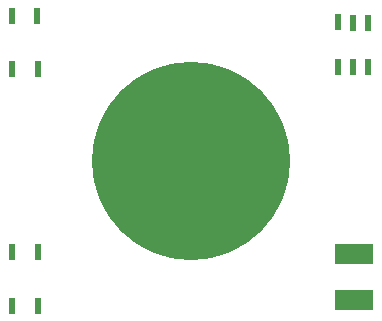
<source format=gbr>
G04 DipTrace 3.2.0.1*
G04 BottomPaste.gbr*
%MOIN*%
G04 #@! TF.FileFunction,Paste,Bot*
G04 #@! TF.Part,Single*
%AMOUTLINE2*
4,1,4,
0.010802,-0.025601,
-0.010853,-0.02558,
-0.010802,0.025601,
0.010853,0.02558,
0.010802,-0.025601,
0*%
%AMOUTLINE8*
4,1,4,
-0.009779,-0.025615,
-0.009907,0.025565,
0.009779,0.025615,
0.009907,-0.025565,
-0.009779,-0.025615,
0*%
%AMOUTLINE11*
4,1,4,
-0.009733,-0.025632,
-0.009952,0.025548,
0.009733,0.025632,
0.009952,-0.025548,
-0.009733,-0.025632,
0*%
%ADD39C,0.661417*%
%ADD51R,0.125984X0.066929*%
%ADD57OUTLINE2*%
%ADD63OUTLINE8*%
%ADD66OUTLINE11*%
%FSLAX26Y26*%
G04*
G70*
G90*
G75*
G01*
G04 BotPaste*
%LPD*%
D51*
X545906Y-310280D3*
Y-463823D3*
D57*
X593379Y459990D3*
X543378Y460038D3*
X493378Y460088D3*
X593232Y311564D3*
X543234Y311614D3*
X493232Y311663D3*
D39*
X3367Y0D3*
D63*
X-508636Y303877D3*
X-593282Y303664D3*
X-509083Y483010D3*
X-593728Y482798D3*
D66*
X-593335Y-304699D3*
X-508689Y-304337D3*
X-592570Y-483833D3*
X-507925Y-483471D3*
M02*

</source>
